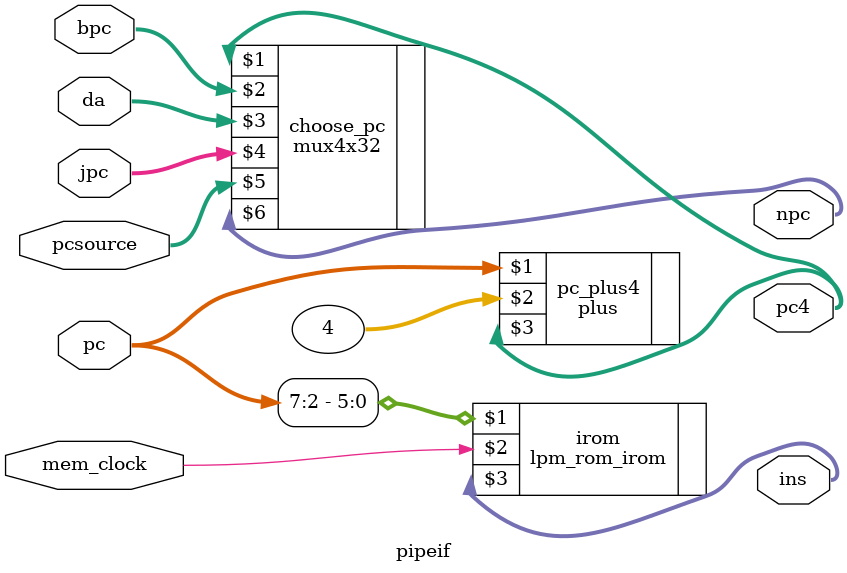
<source format=v>
module pipeif( pcsource,pc,bpc,da,jpc,npc,pc4,ins,mem_clock );
	input [1:0] pcsource;
	input [31:0] pc,bpc,da,jpc;
	input mem_clock;
	output [31:0] npc,pc4,ins;
	
	mux4x32 choose_pc(pc4,bpc,da,jpc,pcsource,npc);
	
	plus pc_plus4(pc,4,pc4);
	
	lpm_rom_irom irom(pc[7:2],mem_clock,ins);
	//fetch instruction
endmodule

</source>
